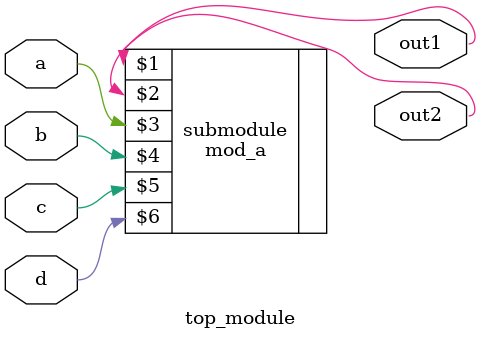
<source format=v>
module top_module ( 
    input a, 
    input b, 
    input c,
    input d,
    output out1,
    output out2
);
    mod_a submodule(out1,out2,a,b,c,d);
endmodule
</source>
